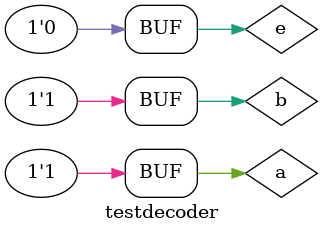
<source format=v>
module testdecoder;
reg a, b, e;
wire [0:3] out;
decoder d(a, b, e, out);
initial begin
a = 0; b = 0; e = 0;
#100
a = 0; b = 1; e = 0;
#100
a = 1; b = 0; e = 0;
#100
a = 1; b = 1; e = 0;
end
endmodule
</source>
